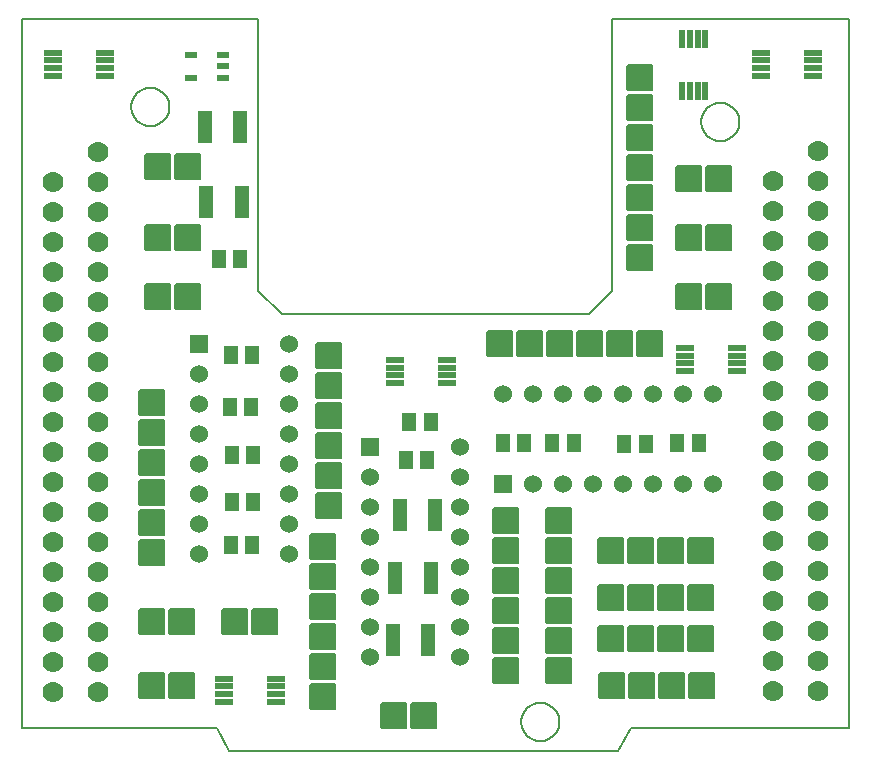
<source format=gbr>
G04 PROTEUS GERBER X2 FILE*
%TF.GenerationSoftware,Labcenter,Proteus,8.12-SP2-Build31155*%
%TF.CreationDate,2021-12-06T20:36:36+00:00*%
%TF.FileFunction,Soldermask,Bot*%
%TF.FilePolarity,Negative*%
%TF.Part,Single*%
%TF.SameCoordinates,{41aeb68f-70a9-4567-b6d7-def337a2806a}*%
%FSLAX45Y45*%
%MOMM*%
G01*
%TA.AperFunction,Material*%
%ADD26C,1.778000*%
%AMPPAD019*
4,1,36,
0.762000,0.635000,
0.762000,-0.635000,
0.759470,-0.660970,
0.752200,-0.684980,
0.740650,-0.706580,
0.725290,-0.725290,
0.706570,-0.740650,
0.684980,-0.752200,
0.660970,-0.759470,
0.635000,-0.762000,
-0.635000,-0.762000,
-0.660970,-0.759470,
-0.684980,-0.752200,
-0.706570,-0.740650,
-0.725290,-0.725290,
-0.740650,-0.706580,
-0.752200,-0.684980,
-0.759470,-0.660970,
-0.762000,-0.635000,
-0.762000,0.635000,
-0.759470,0.660970,
-0.752200,0.684980,
-0.740650,0.706580,
-0.725290,0.725290,
-0.706570,0.740650,
-0.684980,0.752200,
-0.660970,0.759470,
-0.635000,0.762000,
0.635000,0.762000,
0.660970,0.759470,
0.684980,0.752200,
0.706570,0.740650,
0.725290,0.725290,
0.740650,0.706580,
0.752200,0.684980,
0.759470,0.660970,
0.762000,0.635000,
0*%
%TA.AperFunction,Material*%
%ADD27PPAD019*%
%ADD28C,1.524000*%
%AMPPAD021*
4,1,36,
1.016000,-1.143000,
-1.016000,-1.143000,
-1.041970,-1.140470,
-1.065980,-1.133200,
-1.087580,-1.121650,
-1.106290,-1.106290,
-1.121650,-1.087570,
-1.133200,-1.065980,
-1.140470,-1.041970,
-1.143000,-1.016000,
-1.143000,1.016000,
-1.140470,1.041970,
-1.133200,1.065980,
-1.121650,1.087570,
-1.106290,1.106290,
-1.087580,1.121650,
-1.065980,1.133200,
-1.041970,1.140470,
-1.016000,1.143000,
1.016000,1.143000,
1.041970,1.140470,
1.065980,1.133200,
1.087580,1.121650,
1.106290,1.106290,
1.121650,1.087570,
1.133200,1.065980,
1.140470,1.041970,
1.143000,1.016000,
1.143000,-1.016000,
1.140470,-1.041970,
1.133200,-1.065980,
1.121650,-1.087570,
1.106290,-1.106290,
1.087580,-1.121650,
1.065980,-1.133200,
1.041970,-1.140470,
1.016000,-1.143000,
0*%
%TA.AperFunction,Material*%
%ADD29PPAD021*%
%AMPPAD022*
4,1,36,
1.143000,1.016000,
1.143000,-1.016000,
1.140470,-1.041970,
1.133200,-1.065980,
1.121650,-1.087580,
1.106290,-1.106290,
1.087570,-1.121650,
1.065980,-1.133200,
1.041970,-1.140470,
1.016000,-1.143000,
-1.016000,-1.143000,
-1.041970,-1.140470,
-1.065980,-1.133200,
-1.087570,-1.121650,
-1.106290,-1.106290,
-1.121650,-1.087580,
-1.133200,-1.065980,
-1.140470,-1.041970,
-1.143000,-1.016000,
-1.143000,1.016000,
-1.140470,1.041970,
-1.133200,1.065980,
-1.121650,1.087580,
-1.106290,1.106290,
-1.087570,1.121650,
-1.065980,1.133200,
-1.041970,1.140470,
-1.016000,1.143000,
1.016000,1.143000,
1.041970,1.140470,
1.065980,1.133200,
1.087570,1.121650,
1.106290,1.106290,
1.121650,1.087580,
1.133200,1.065980,
1.140470,1.041970,
1.143000,1.016000,
0*%
%TA.AperFunction,Material*%
%ADD72PPAD022*%
%AMPPAD023*
4,1,36,
-0.635000,0.762000,
0.635000,0.762000,
0.660970,0.759470,
0.684980,0.752200,
0.706580,0.740650,
0.725290,0.725290,
0.740650,0.706570,
0.752200,0.684980,
0.759470,0.660970,
0.762000,0.635000,
0.762000,-0.635000,
0.759470,-0.660970,
0.752200,-0.684980,
0.740650,-0.706570,
0.725290,-0.725290,
0.706580,-0.740650,
0.684980,-0.752200,
0.660970,-0.759470,
0.635000,-0.762000,
-0.635000,-0.762000,
-0.660970,-0.759470,
-0.684980,-0.752200,
-0.706580,-0.740650,
-0.725290,-0.725290,
-0.740650,-0.706570,
-0.752200,-0.684980,
-0.759470,-0.660970,
-0.762000,-0.635000,
-0.762000,0.635000,
-0.759470,0.660970,
-0.752200,0.684980,
-0.740650,0.706570,
-0.725290,0.725290,
-0.706580,0.740650,
-0.684980,0.752200,
-0.660970,0.759470,
-0.635000,0.762000,
0*%
%TA.AperFunction,Material*%
%ADD73PPAD023*%
%AMPPAD024*
4,1,4,
0.723900,-0.228600,
0.723900,0.228600,
-0.723900,0.228600,
-0.723900,-0.228600,
0.723900,-0.228600,
0*%
%TA.AperFunction,Material*%
%ADD30PPAD024*%
%AMPPAD025*
4,1,4,
-0.228600,-0.723900,
0.228600,-0.723900,
0.228600,0.723900,
-0.228600,0.723900,
-0.228600,-0.723900,
0*%
%ADD31PPAD025*%
%AMPPAD026*
4,1,4,
0.520700,-0.279400,
0.520700,0.279400,
-0.520700,0.279400,
-0.520700,-0.279400,
0.520700,-0.279400,
0*%
%TA.AperFunction,Material*%
%ADD32PPAD026*%
%AMPPAD027*
4,1,4,
0.571500,1.346200,
-0.571500,1.346200,
-0.571500,-1.346200,
0.571500,-1.346200,
0.571500,1.346200,
0*%
%TA.AperFunction,Material*%
%ADD33PPAD027*%
%AMPPAD028*
4,1,4,
0.571500,0.723900,
-0.571500,0.723900,
-0.571500,-0.723900,
0.571500,-0.723900,
0.571500,0.723900,
0*%
%ADD34PPAD028*%
%TA.AperFunction,Profile*%
%ADD17C,0.203200*%
%TD.AperFunction*%
D26*
X+641000Y+4876000D03*
X+260000Y+4622000D03*
X+641000Y+4622000D03*
X+260000Y+4368000D03*
X+641000Y+4368000D03*
X+260000Y+4114000D03*
X+641000Y+4114000D03*
X+260000Y+3860000D03*
X+641000Y+3860000D03*
X+260000Y+3606000D03*
X+641000Y+3606000D03*
X+260000Y+3352000D03*
X+641000Y+3352000D03*
X+260000Y+3098000D03*
X+641000Y+3098000D03*
X+260000Y+2844000D03*
X+641000Y+2844000D03*
X+260000Y+2590000D03*
X+641000Y+2590000D03*
X+260000Y+2336000D03*
X+641000Y+2336000D03*
X+260000Y+2082000D03*
X+641000Y+2082000D03*
X+260000Y+1828000D03*
X+641000Y+1828000D03*
X+260000Y+1574000D03*
X+641000Y+1574000D03*
X+260000Y+1320000D03*
X+641000Y+1320000D03*
X+260000Y+1066000D03*
X+641000Y+1066000D03*
X+260000Y+812000D03*
X+641000Y+812000D03*
X+260000Y+558000D03*
X+641000Y+558000D03*
X+260000Y+304000D03*
X+641000Y+304000D03*
X+6737000Y+4880000D03*
X+6356000Y+4626000D03*
X+6737000Y+4626000D03*
X+6356000Y+4372000D03*
X+6737000Y+4372000D03*
X+6356000Y+4118000D03*
X+6737000Y+4118000D03*
X+6356000Y+3864000D03*
X+6737000Y+3864000D03*
X+6356000Y+3610000D03*
X+6737000Y+3610000D03*
X+6356000Y+3356000D03*
X+6737000Y+3356000D03*
X+6356000Y+3102000D03*
X+6737000Y+3102000D03*
X+6356000Y+2848000D03*
X+6737000Y+2848000D03*
X+6356000Y+2594000D03*
X+6737000Y+2594000D03*
X+6356000Y+2340000D03*
X+6737000Y+2340000D03*
X+6356000Y+2086000D03*
X+6737000Y+2086000D03*
X+6356000Y+1832000D03*
X+6737000Y+1832000D03*
X+6356000Y+1578000D03*
X+6737000Y+1578000D03*
X+6356000Y+1324000D03*
X+6737000Y+1324000D03*
X+6356000Y+1070000D03*
X+6737000Y+1070000D03*
X+6356000Y+816000D03*
X+6737000Y+816000D03*
X+6356000Y+562000D03*
X+6737000Y+562000D03*
X+6356000Y+308000D03*
X+6737000Y+308000D03*
D27*
X+1500000Y+3250000D03*
D28*
X+1500000Y+2996000D03*
X+1500000Y+2742000D03*
X+1500000Y+2488000D03*
X+1500000Y+2234000D03*
X+1500000Y+1980000D03*
X+1500000Y+1726000D03*
X+1500000Y+1472000D03*
X+2262000Y+1472000D03*
X+2262000Y+1726000D03*
X+2262000Y+1980000D03*
X+2262000Y+2234000D03*
X+2262000Y+2488000D03*
X+2262000Y+2742000D03*
X+2262000Y+2996000D03*
X+2262000Y+3250000D03*
D27*
X+2950000Y+2380000D03*
D28*
X+2950000Y+2126000D03*
X+2950000Y+1872000D03*
X+2950000Y+1618000D03*
X+2950000Y+1364000D03*
X+2950000Y+1110000D03*
X+2950000Y+856000D03*
X+2950000Y+602000D03*
X+3712000Y+602000D03*
X+3712000Y+856000D03*
X+3712000Y+1110000D03*
X+3712000Y+1364000D03*
X+3712000Y+1618000D03*
X+3712000Y+1872000D03*
X+3712000Y+2126000D03*
X+3712000Y+2380000D03*
D29*
X+5750000Y+1500000D03*
X+5496000Y+1500000D03*
X+5242000Y+1500000D03*
X+4988000Y+1500000D03*
D72*
X+5230000Y+5500000D03*
X+5230000Y+5246000D03*
X+5230000Y+4992000D03*
X+5230000Y+4738000D03*
X+5230000Y+4484000D03*
X+5230000Y+4230000D03*
X+5230000Y+3976000D03*
D29*
X+5750000Y+750000D03*
X+5496000Y+750000D03*
X+5242000Y+750000D03*
X+4988000Y+750000D03*
X+5750000Y+1100000D03*
X+5496000Y+1100000D03*
X+5242000Y+1100000D03*
X+4988000Y+1100000D03*
X+4050000Y+3250000D03*
X+4304000Y+3250000D03*
X+4558000Y+3250000D03*
X+4812000Y+3250000D03*
X+5066000Y+3250000D03*
X+5320000Y+3250000D03*
D72*
X+4550000Y+1750000D03*
X+4550000Y+1496000D03*
X+4550000Y+1242000D03*
X+4550000Y+988000D03*
X+4550000Y+734000D03*
X+4550000Y+480000D03*
X+2600000Y+3150000D03*
X+2600000Y+2896000D03*
X+2600000Y+2642000D03*
X+2600000Y+2388000D03*
X+2600000Y+2134000D03*
X+2600000Y+1880000D03*
X+1100000Y+2750000D03*
X+1100000Y+2496000D03*
X+1100000Y+2242000D03*
X+1100000Y+1988000D03*
X+1100000Y+1734000D03*
X+1100000Y+1480000D03*
X+4100000Y+1750000D03*
X+4100000Y+1496000D03*
X+4100000Y+1242000D03*
X+4100000Y+988000D03*
X+4100000Y+734000D03*
X+4100000Y+480000D03*
X+2550000Y+1530000D03*
X+2550000Y+1276000D03*
X+2550000Y+1022000D03*
X+2550000Y+768000D03*
X+2550000Y+514000D03*
X+2550000Y+260000D03*
D29*
X+3150000Y+100000D03*
X+3404000Y+100000D03*
X+5000000Y+350000D03*
X+5254000Y+350000D03*
X+5508000Y+350000D03*
X+5762000Y+350000D03*
D73*
X+4074000Y+2062000D03*
D28*
X+4328000Y+2062000D03*
X+4582000Y+2062000D03*
X+4836000Y+2062000D03*
X+5090000Y+2062000D03*
X+5344000Y+2062000D03*
X+5598000Y+2062000D03*
X+5852000Y+2062000D03*
X+5852000Y+2824000D03*
X+5598000Y+2824000D03*
X+5344000Y+2824000D03*
X+5090000Y+2824000D03*
X+4836000Y+2824000D03*
X+4582000Y+2824000D03*
X+4328000Y+2824000D03*
X+4074000Y+2824000D03*
D29*
X+1150000Y+3650000D03*
X+1404000Y+3650000D03*
X+1150000Y+4150000D03*
X+1404000Y+4150000D03*
X+1150000Y+4750000D03*
X+1404000Y+4750000D03*
X+1100000Y+900000D03*
X+1354000Y+900000D03*
X+1100000Y+350000D03*
X+1354000Y+350000D03*
X+1800000Y+900000D03*
X+2054000Y+900000D03*
X+5650000Y+4650000D03*
X+5904000Y+4650000D03*
X+5650000Y+4150000D03*
X+5904000Y+4150000D03*
X+5650000Y+3650000D03*
X+5904000Y+3650000D03*
D30*
X+2150000Y+415000D03*
X+2150000Y+350000D03*
X+2150000Y+285000D03*
X+2150000Y+220000D03*
X+1710000Y+220000D03*
X+1710000Y+285000D03*
X+1710000Y+350000D03*
X+1710000Y+415000D03*
X+3600000Y+3115000D03*
X+3600000Y+3050000D03*
X+3600000Y+2985000D03*
X+3600000Y+2920000D03*
X+3160000Y+2920000D03*
X+3160000Y+2985000D03*
X+3160000Y+3050000D03*
X+3160000Y+3115000D03*
X+700000Y+5715000D03*
X+700000Y+5650000D03*
X+700000Y+5585000D03*
X+700000Y+5520000D03*
X+260000Y+5520000D03*
X+260000Y+5585000D03*
X+260000Y+5650000D03*
X+260000Y+5715000D03*
X+6700000Y+5715000D03*
X+6700000Y+5650000D03*
X+6700000Y+5585000D03*
X+6700000Y+5520000D03*
X+6260000Y+5520000D03*
X+6260000Y+5585000D03*
X+6260000Y+5650000D03*
X+6260000Y+5715000D03*
D31*
X+5785000Y+5390000D03*
X+5720000Y+5390000D03*
X+5655000Y+5390000D03*
X+5590000Y+5390000D03*
X+5590000Y+5830000D03*
X+5655000Y+5830000D03*
X+5720000Y+5830000D03*
X+5785000Y+5830000D03*
D32*
X+1700000Y+5695000D03*
X+1700000Y+5600000D03*
X+1700000Y+5505000D03*
X+1430000Y+5505000D03*
X+1430000Y+5695000D03*
D30*
X+6050000Y+3215000D03*
X+6050000Y+3150000D03*
X+6050000Y+3085000D03*
X+6050000Y+3020000D03*
X+5610000Y+3020000D03*
X+5610000Y+3085000D03*
X+5610000Y+3150000D03*
X+5610000Y+3215000D03*
D33*
X+1850000Y+5090000D03*
X+1550000Y+5090000D03*
X+1860000Y+4450000D03*
X+1560000Y+4450000D03*
D34*
X+1850000Y+3970000D03*
X+1670000Y+3970000D03*
X+3430000Y+2270000D03*
X+3250000Y+2270000D03*
D33*
X+3500000Y+1800000D03*
X+3200000Y+1800000D03*
X+3460000Y+1270000D03*
X+3160000Y+1270000D03*
X+3440000Y+740000D03*
X+3140000Y+740000D03*
D34*
X+4250000Y+2410000D03*
X+4070000Y+2410000D03*
X+4670000Y+2410000D03*
X+4490000Y+2410000D03*
X+1950000Y+3160000D03*
X+1770000Y+3160000D03*
X+1940000Y+2720000D03*
X+1760000Y+2720000D03*
X+1960000Y+2310000D03*
X+1780000Y+2310000D03*
X+1960000Y+1910000D03*
X+1780000Y+1910000D03*
X+3460000Y+2590000D03*
X+3280000Y+2590000D03*
X+5280000Y+2400000D03*
X+5100000Y+2400000D03*
X+1950000Y+1550000D03*
X+1770000Y+1550000D03*
X+5730000Y+2410000D03*
X+5550000Y+2410000D03*
D17*
X+0Y+0D02*
X+1650000Y+0D01*
X+7000000Y+0D02*
X+7000000Y+6000000D01*
X+5000000Y+6000000D01*
X+5000000Y+3700000D01*
X+4800000Y+3500000D01*
X+2200000Y+3500000D01*
X+2000000Y+3700000D02*
X+2000000Y+6000000D01*
X+0Y+6000000D01*
X+0Y+0D01*
X+2000000Y+3700000D02*
X+2200000Y+3500000D01*
X+5160000Y+0D02*
X+7000000Y+0D01*
X+1750000Y-200000D02*
X+5050000Y-200000D01*
X+1650000Y+0D02*
X+1750000Y-200000D01*
X+5160000Y+0D02*
X+5050000Y-200000D01*
X+4550045Y+50000D02*
X+4549508Y+63142D01*
X+4545144Y+89427D01*
X+4536029Y+115712D01*
X+4521182Y+141997D01*
X+4498470Y+168118D01*
X+4472185Y+187898D01*
X+4445900Y+200658D01*
X+4419615Y+208108D01*
X+4393330Y+210987D01*
X+4389000Y+211045D01*
X+4227955Y+50000D02*
X+4228492Y+63142D01*
X+4232856Y+89427D01*
X+4241971Y+115712D01*
X+4256818Y+141997D01*
X+4279530Y+168118D01*
X+4305815Y+187898D01*
X+4332100Y+200658D01*
X+4358385Y+208108D01*
X+4384670Y+210987D01*
X+4389000Y+211045D01*
X+4227955Y+50000D02*
X+4228492Y+36858D01*
X+4232856Y+10573D01*
X+4241971Y-15712D01*
X+4256818Y-41997D01*
X+4279530Y-68118D01*
X+4305815Y-87898D01*
X+4332100Y-100658D01*
X+4358385Y-108108D01*
X+4384670Y-110987D01*
X+4389000Y-111045D01*
X+4550045Y+50000D02*
X+4549508Y+36858D01*
X+4545144Y+10573D01*
X+4536029Y-15712D01*
X+4521182Y-41997D01*
X+4498470Y-68118D01*
X+4472185Y-87898D01*
X+4445900Y-100658D01*
X+4419615Y-108108D01*
X+4393330Y-110987D01*
X+4389000Y-111045D01*
X+6074045Y+5130000D02*
X+6073508Y+5143142D01*
X+6069144Y+5169427D01*
X+6060029Y+5195712D01*
X+6045182Y+5221997D01*
X+6022470Y+5248118D01*
X+5996185Y+5267898D01*
X+5969900Y+5280658D01*
X+5943615Y+5288108D01*
X+5917330Y+5290987D01*
X+5913000Y+5291045D01*
X+5751955Y+5130000D02*
X+5752492Y+5143142D01*
X+5756856Y+5169427D01*
X+5765971Y+5195712D01*
X+5780818Y+5221997D01*
X+5803530Y+5248118D01*
X+5829815Y+5267898D01*
X+5856100Y+5280658D01*
X+5882385Y+5288108D01*
X+5908670Y+5290987D01*
X+5913000Y+5291045D01*
X+5751955Y+5130000D02*
X+5752492Y+5116858D01*
X+5756856Y+5090573D01*
X+5765971Y+5064288D01*
X+5780818Y+5038003D01*
X+5803530Y+5011882D01*
X+5829815Y+4992102D01*
X+5856100Y+4979342D01*
X+5882385Y+4971892D01*
X+5908670Y+4969013D01*
X+5913000Y+4968955D01*
X+6074045Y+5130000D02*
X+6073508Y+5116858D01*
X+6069144Y+5090573D01*
X+6060029Y+5064288D01*
X+6045182Y+5038003D01*
X+6022470Y+5011882D01*
X+5996185Y+4992102D01*
X+5969900Y+4979342D01*
X+5943615Y+4971892D01*
X+5917330Y+4969013D01*
X+5913000Y+4968955D01*
X+1248045Y+5257000D02*
X+1247508Y+5270142D01*
X+1243144Y+5296427D01*
X+1234029Y+5322712D01*
X+1219182Y+5348997D01*
X+1196470Y+5375118D01*
X+1170185Y+5394898D01*
X+1143900Y+5407658D01*
X+1117615Y+5415108D01*
X+1091330Y+5417987D01*
X+1087000Y+5418045D01*
X+925955Y+5257000D02*
X+926492Y+5270142D01*
X+930856Y+5296427D01*
X+939971Y+5322712D01*
X+954818Y+5348997D01*
X+977530Y+5375118D01*
X+1003815Y+5394898D01*
X+1030100Y+5407658D01*
X+1056385Y+5415108D01*
X+1082670Y+5417987D01*
X+1087000Y+5418045D01*
X+925955Y+5257000D02*
X+926492Y+5243858D01*
X+930856Y+5217573D01*
X+939971Y+5191288D01*
X+954818Y+5165003D01*
X+977530Y+5138882D01*
X+1003815Y+5119102D01*
X+1030100Y+5106342D01*
X+1056385Y+5098892D01*
X+1082670Y+5096013D01*
X+1087000Y+5095955D01*
X+1248045Y+5257000D02*
X+1247508Y+5243858D01*
X+1243144Y+5217573D01*
X+1234029Y+5191288D01*
X+1219182Y+5165003D01*
X+1196470Y+5138882D01*
X+1170185Y+5119102D01*
X+1143900Y+5106342D01*
X+1117615Y+5098892D01*
X+1091330Y+5096013D01*
X+1087000Y+5095955D01*
M02*

</source>
